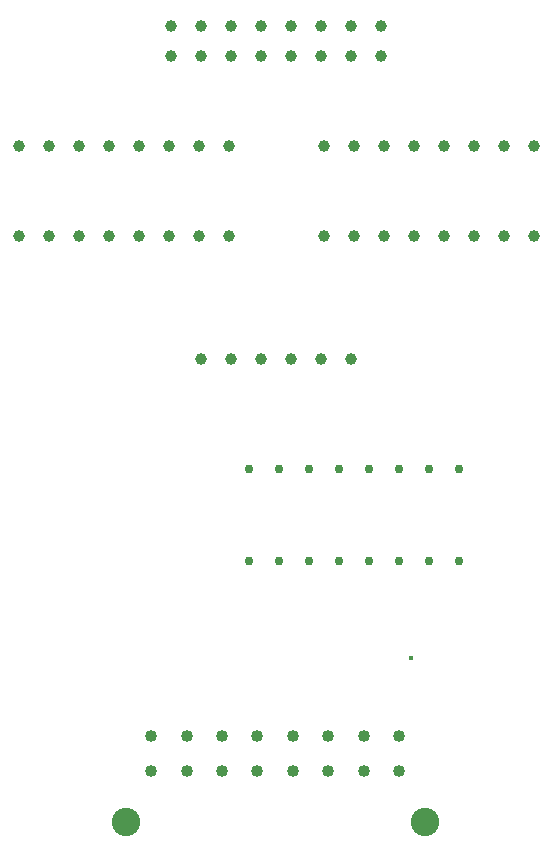
<source format=gbr>
%TF.GenerationSoftware,KiCad,Pcbnew,(6.0.7)*%
%TF.CreationDate,2023-09-07T13:28:07+01:00*%
%TF.ProjectId,CCC_rig_NTC_in,4343435f-7269-4675-9f4e-54435f696e2e,rev?*%
%TF.SameCoordinates,Original*%
%TF.FileFunction,Plated,1,2,PTH,Drill*%
%TF.FilePolarity,Positive*%
%FSLAX46Y46*%
G04 Gerber Fmt 4.6, Leading zero omitted, Abs format (unit mm)*
G04 Created by KiCad (PCBNEW (6.0.7)) date 2023-09-07 13:28:07*
%MOMM*%
%LPD*%
G01*
G04 APERTURE LIST*
%TA.AperFunction,ViaDrill*%
%ADD10C,0.400000*%
%TD*%
%TA.AperFunction,ComponentDrill*%
%ADD11C,0.759000*%
%TD*%
%TA.AperFunction,ComponentDrill*%
%ADD12C,1.000000*%
%TD*%
%TA.AperFunction,ComponentDrill*%
%ADD13C,1.020000*%
%TD*%
%TA.AperFunction,ComponentDrill*%
%ADD14C,2.410000*%
%TD*%
G04 APERTURE END LIST*
D10*
X54600000Y-85700000D03*
D11*
%TO.C,IC3*%
X40914000Y-69638400D03*
X40914000Y-77448400D03*
X43454000Y-69638400D03*
X43454000Y-77448400D03*
X45994000Y-69638400D03*
X45994000Y-77448400D03*
X48534000Y-69638400D03*
X48534000Y-77448400D03*
X51074000Y-69638400D03*
X51074000Y-77448400D03*
X53614000Y-69638400D03*
X53614000Y-77448400D03*
X56154000Y-69638400D03*
X56154000Y-77448400D03*
X58694000Y-69638400D03*
X58694000Y-77448400D03*
D12*
%TO.C,S1*%
X21420100Y-42301400D03*
X21420100Y-49921400D03*
X23960100Y-42301400D03*
X23960100Y-49921400D03*
X26500100Y-42301400D03*
X26500100Y-49921400D03*
X29040100Y-42301400D03*
X29040100Y-49921400D03*
X31580100Y-42301400D03*
X31580100Y-49921400D03*
X34120100Y-42301400D03*
X34120100Y-49921400D03*
%TO.C,J11*%
X34325100Y-32146400D03*
X34325100Y-34686400D03*
%TO.C,S1*%
X36660100Y-42301400D03*
X36660100Y-49921400D03*
%TO.C,J10*%
X36825100Y-60335400D03*
%TO.C,J11*%
X36865100Y-32146400D03*
X36865100Y-34686400D03*
%TO.C,S1*%
X39200100Y-42301400D03*
X39200100Y-49921400D03*
%TO.C,J10*%
X39365100Y-60335400D03*
%TO.C,J11*%
X39405100Y-32146400D03*
X39405100Y-34686400D03*
%TO.C,J10*%
X41905100Y-60335400D03*
%TO.C,J11*%
X41945100Y-32146400D03*
X41945100Y-34686400D03*
%TO.C,J10*%
X44445100Y-60335400D03*
%TO.C,J11*%
X44485100Y-32146400D03*
X44485100Y-34686400D03*
%TO.C,J10*%
X46985100Y-60335400D03*
%TO.C,J11*%
X47025100Y-32146400D03*
X47025100Y-34686400D03*
%TO.C,S2*%
X47200100Y-42301400D03*
X47200100Y-49921400D03*
%TO.C,J10*%
X49525100Y-60335400D03*
%TO.C,J11*%
X49565100Y-32146400D03*
X49565100Y-34686400D03*
%TO.C,S2*%
X49740100Y-42301400D03*
X49740100Y-49921400D03*
%TO.C,J11*%
X52105100Y-32146400D03*
X52105100Y-34686400D03*
%TO.C,S2*%
X52280100Y-42301400D03*
X52280100Y-49921400D03*
X54820100Y-42301400D03*
X54820100Y-49921400D03*
X57360100Y-42301400D03*
X57360100Y-49921400D03*
X59900100Y-42301400D03*
X59900100Y-49921400D03*
X62440100Y-42301400D03*
X62440100Y-49921400D03*
X64980100Y-42301400D03*
X64980100Y-49921400D03*
D13*
%TO.C,J9*%
X32603300Y-92272000D03*
X32603300Y-95272000D03*
X35603300Y-92272000D03*
X35603300Y-95272000D03*
X38603300Y-92272000D03*
X38603300Y-95272000D03*
X41603300Y-92272000D03*
X41603300Y-95272000D03*
X44603300Y-92272000D03*
X44603300Y-95272000D03*
X47603300Y-92272000D03*
X47603300Y-95272000D03*
X50603300Y-92272000D03*
X50603300Y-95272000D03*
X53603300Y-92272000D03*
X53603300Y-95272000D03*
D14*
X30453300Y-99592000D03*
X55753300Y-99592000D03*
M02*

</source>
